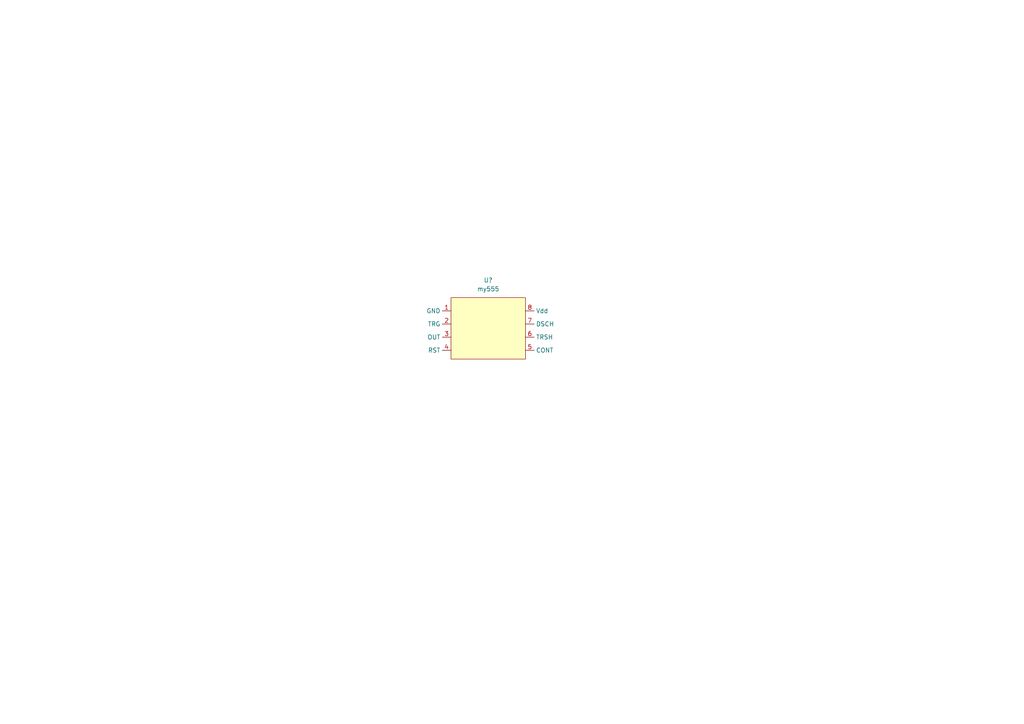
<source format=kicad_sch>
(kicad_sch (version 20211123) (generator eeschema)

  (uuid e63e39d7-6ac0-4ffd-8aa3-1841a4541b55)

  (paper "A4")

  (lib_symbols
    (symbol "p490:my555" (in_bom yes) (on_board yes)
      (property "Reference" "U" (id 0) (at 3.81 0 0)
        (effects (font (size 1.27 1.27)))
      )
      (property "Value" "my555" (id 1) (at 3.81 2.54 0)
        (effects (font (size 1.27 1.27)))
      )
      (property "Footprint" "" (id 2) (at 0 0 0)
        (effects (font (size 1.27 1.27)) hide)
      )
      (property "Datasheet" "" (id 3) (at 0 0 0)
        (effects (font (size 1.27 1.27)) hide)
      )
      (symbol "my555_0_1"
        (rectangle (start 15.24 -5.08) (end -6.35 12.7)
          (stroke (width 0) (type default) (color 0 0 0 0))
          (fill (type background))
        )
      )
      (symbol "my555_1_1"
        (pin power_out line (at -6.35 8.89 180) (length 2.54)
          (name "GND" (effects (font (size 1.27 1.27))))
          (number "1" (effects (font (size 1.27 1.27))))
        )
        (pin passive line (at -6.35 5.08 180) (length 2.54)
          (name "TRG" (effects (font (size 1.27 1.27))))
          (number "2" (effects (font (size 1.27 1.27))))
        )
        (pin passive line (at -6.35 1.27 180) (length 2.54)
          (name "OUT" (effects (font (size 1.27 1.27))))
          (number "3" (effects (font (size 1.27 1.27))))
        )
        (pin passive line (at -6.35 -2.54 180) (length 2.54)
          (name "RST" (effects (font (size 1.27 1.27))))
          (number "4" (effects (font (size 1.27 1.27))))
        )
        (pin passive line (at 15.24 -2.54 0) (length 2.54)
          (name "CONT" (effects (font (size 1.27 1.27))))
          (number "5" (effects (font (size 1.27 1.27))))
        )
        (pin passive line (at 15.24 1.27 0) (length 2.54)
          (name "TRSH" (effects (font (size 1.27 1.27))))
          (number "6" (effects (font (size 1.27 1.27))))
        )
        (pin passive line (at 15.24 5.08 0) (length 2.54)
          (name "DSCH" (effects (font (size 1.27 1.27))))
          (number "7" (effects (font (size 1.27 1.27))))
        )
        (pin input line (at 15.24 8.89 0) (length 2.54)
          (name "Vdd" (effects (font (size 1.27 1.27))))
          (number "8" (effects (font (size 1.27 1.27))))
        )
      )
    )
  )


  (symbol (lib_id "p490:my555") (at 137.16 99.06 0) (unit 1)
    (in_bom yes) (on_board yes) (fields_autoplaced)
    (uuid a59d9c52-4678-4ad1-868c-32cfcc85457a)
    (property "Reference" "U?" (id 0) (at 141.605 81.28 0))
    (property "Value" "my555" (id 1) (at 141.605 83.82 0))
    (property "Footprint" "" (id 2) (at 137.16 99.06 0)
      (effects (font (size 1.27 1.27)) hide)
    )
    (property "Datasheet" "" (id 3) (at 137.16 99.06 0)
      (effects (font (size 1.27 1.27)) hide)
    )
    (pin "1" (uuid cdc41521-87cb-4818-baab-595e95362808))
    (pin "2" (uuid 887a0fb7-0b28-407f-bbb8-a911df5ec53a))
    (pin "3" (uuid 2237a2af-2fb4-4578-82e0-81179f6f33aa))
    (pin "4" (uuid 1e439162-15f5-49f0-b166-d3254a30d1f1))
    (pin "5" (uuid d7ab34ef-4789-4c08-ba90-918663548676))
    (pin "6" (uuid 164f13a8-13df-4f3d-9dd4-7bb61d609937))
    (pin "7" (uuid 28ec4da7-b96b-42bb-8425-dcb45203b50b))
    (pin "8" (uuid 23c91d88-2b3c-45b5-8db5-bd373a19e43d))
  )

  (sheet_instances
    (path "/" (page "1"))
  )

  (symbol_instances
    (path "/a59d9c52-4678-4ad1-868c-32cfcc85457a"
      (reference "U?") (unit 1) (value "my555") (footprint "")
    )
  )
)

</source>
